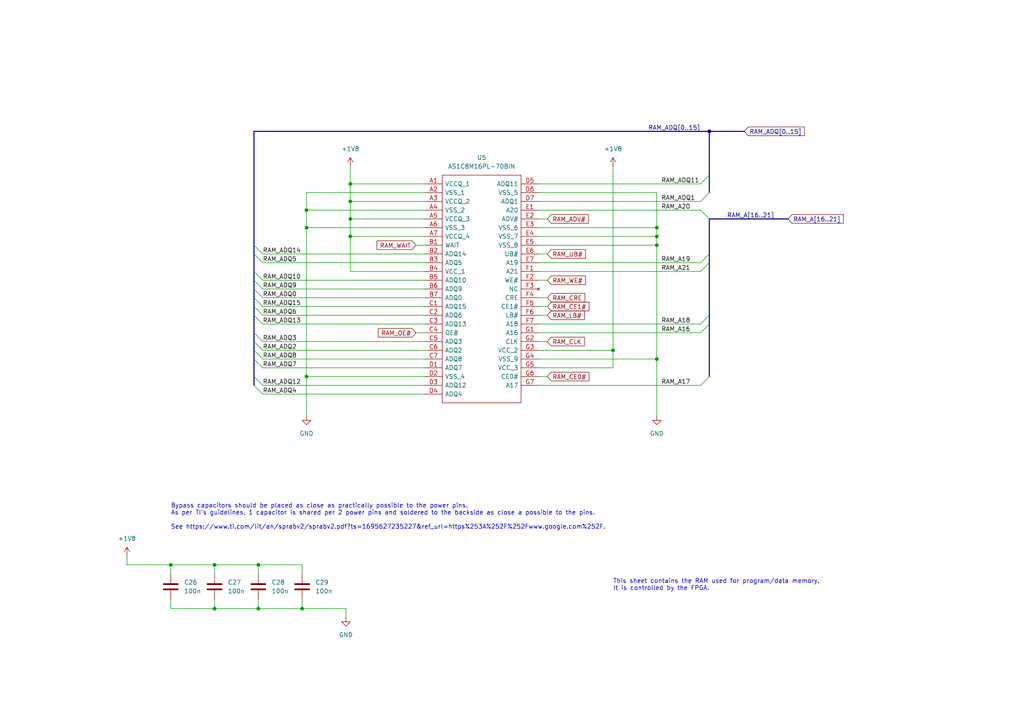
<source format=kicad_sch>
(kicad_sch (version 20211123) (generator eeschema)

  (uuid c4587bb7-c73a-4ad0-bcd4-d7dc9697e09b)

  (paper "A4")

  (title_block
    (title "RAM")
    (company "© Elijah Almeida Coimbra")
  )

  (lib_symbols
    (symbol "Device:C" (pin_numbers hide) (pin_names (offset 0.254)) (in_bom yes) (on_board yes)
      (property "Reference" "C" (id 0) (at 0.635 2.54 0)
        (effects (font (size 1.27 1.27)) (justify left))
      )
      (property "Value" "C" (id 1) (at 0.635 -2.54 0)
        (effects (font (size 1.27 1.27)) (justify left))
      )
      (property "Footprint" "" (id 2) (at 0.9652 -3.81 0)
        (effects (font (size 1.27 1.27)) hide)
      )
      (property "Datasheet" "~" (id 3) (at 0 0 0)
        (effects (font (size 1.27 1.27)) hide)
      )
      (property "ki_keywords" "cap capacitor" (id 4) (at 0 0 0)
        (effects (font (size 1.27 1.27)) hide)
      )
      (property "ki_description" "Unpolarized capacitor" (id 5) (at 0 0 0)
        (effects (font (size 1.27 1.27)) hide)
      )
      (property "ki_fp_filters" "C_*" (id 6) (at 0 0 0)
        (effects (font (size 1.27 1.27)) hide)
      )
      (symbol "C_0_1"
        (polyline
          (pts
            (xy -2.032 -0.762)
            (xy 2.032 -0.762)
          )
          (stroke (width 0.508) (type default) (color 0 0 0 0))
          (fill (type none))
        )
        (polyline
          (pts
            (xy -2.032 0.762)
            (xy 2.032 0.762)
          )
          (stroke (width 0.508) (type default) (color 0 0 0 0))
          (fill (type none))
        )
      )
      (symbol "C_1_1"
        (pin passive line (at 0 3.81 270) (length 2.794)
          (name "~" (effects (font (size 1.27 1.27))))
          (number "1" (effects (font (size 1.27 1.27))))
        )
        (pin passive line (at 0 -3.81 90) (length 2.794)
          (name "~" (effects (font (size 1.27 1.27))))
          (number "2" (effects (font (size 1.27 1.27))))
        )
      )
    )
    (symbol "SamacSys_Parts:AS1C8M16PL-70BIN" (pin_names (offset 0.762)) (in_bom yes) (on_board yes)
      (property "Reference" "IC" (id 0) (at 29.21 7.62 0)
        (effects (font (size 1.27 1.27)) (justify left))
      )
      (property "Value" "AS1C8M16PL-70BIN" (id 1) (at 29.21 5.08 0)
        (effects (font (size 1.27 1.27)) (justify left))
      )
      (property "Footprint" "BGA49C50P7X7_400X400X100" (id 2) (at 29.21 2.54 0)
        (effects (font (size 1.27 1.27)) (justify left) hide)
      )
      (property "Datasheet" "https://www.alliancememory.com/wp-content/uploads/pdf/psram/AllianceMemory_128M_LP-PSRAM-CellularRAM_x2stack_AS1C8M16PL-70BIN_August2018-v1.0.pdf" (id 3) (at 29.21 0 0)
        (effects (font (size 1.27 1.27)) (justify left) hide)
      )
      (property "Description" "SRAM 128M 8Mx16 1.8V LP Pseudo SRAM IT" (id 4) (at 29.21 -2.54 0)
        (effects (font (size 1.27 1.27)) (justify left) hide)
      )
      (property "MFN" "Alliance Memory" (id 5) (at 29.21 -12.7 0)
        (effects (font (size 1.27 1.27)) (justify left) hide)
      )
      (property "MFP" "AS1C8M16PL-70BIN" (id 6) (at 29.21 -15.24 0)
        (effects (font (size 1.27 1.27)) (justify left) hide)
      )
      (property "ki_description" "SRAM 128M 8Mx16 1.8V LP Pseudo SRAM IT" (id 7) (at 0 0 0)
        (effects (font (size 1.27 1.27)) hide)
      )
      (symbol "AS1C8M16PL-70BIN_0_0"
        (pin passive line (at 0 0 0) (length 5.08)
          (name "VCCQ_1" (effects (font (size 1.27 1.27))))
          (number "A1" (effects (font (size 1.27 1.27))))
        )
        (pin passive line (at 0 -2.54 0) (length 5.08)
          (name "VSS_1" (effects (font (size 1.27 1.27))))
          (number "A2" (effects (font (size 1.27 1.27))))
        )
        (pin passive line (at 0 -5.08 0) (length 5.08)
          (name "VCCQ_2" (effects (font (size 1.27 1.27))))
          (number "A3" (effects (font (size 1.27 1.27))))
        )
        (pin passive line (at 0 -7.62 0) (length 5.08)
          (name "VSS_2" (effects (font (size 1.27 1.27))))
          (number "A4" (effects (font (size 1.27 1.27))))
        )
        (pin passive line (at 0 -10.16 0) (length 5.08)
          (name "VCCQ_3" (effects (font (size 1.27 1.27))))
          (number "A5" (effects (font (size 1.27 1.27))))
        )
        (pin passive line (at 0 -12.7 0) (length 5.08)
          (name "VSS_3" (effects (font (size 1.27 1.27))))
          (number "A6" (effects (font (size 1.27 1.27))))
        )
        (pin passive line (at 0 -15.24 0) (length 5.08)
          (name "VCCQ_4" (effects (font (size 1.27 1.27))))
          (number "A7" (effects (font (size 1.27 1.27))))
        )
        (pin passive line (at 0 -17.78 0) (length 5.08)
          (name "WAIT" (effects (font (size 1.27 1.27))))
          (number "B1" (effects (font (size 1.27 1.27))))
        )
        (pin passive line (at 0 -20.32 0) (length 5.08)
          (name "ADQ14" (effects (font (size 1.27 1.27))))
          (number "B2" (effects (font (size 1.27 1.27))))
        )
        (pin passive line (at 0 -22.86 0) (length 5.08)
          (name "ADQ5" (effects (font (size 1.27 1.27))))
          (number "B3" (effects (font (size 1.27 1.27))))
        )
        (pin passive line (at 0 -25.4 0) (length 5.08)
          (name "VCC_1" (effects (font (size 1.27 1.27))))
          (number "B4" (effects (font (size 1.27 1.27))))
        )
        (pin passive line (at 0 -27.94 0) (length 5.08)
          (name "ADQ10" (effects (font (size 1.27 1.27))))
          (number "B5" (effects (font (size 1.27 1.27))))
        )
        (pin passive line (at 0 -30.48 0) (length 5.08)
          (name "ADQ9" (effects (font (size 1.27 1.27))))
          (number "B6" (effects (font (size 1.27 1.27))))
        )
        (pin passive line (at 0 -33.02 0) (length 5.08)
          (name "ADQ0" (effects (font (size 1.27 1.27))))
          (number "B7" (effects (font (size 1.27 1.27))))
        )
        (pin passive line (at 0 -35.56 0) (length 5.08)
          (name "ADQ15" (effects (font (size 1.27 1.27))))
          (number "C1" (effects (font (size 1.27 1.27))))
        )
        (pin passive line (at 0 -38.1 0) (length 5.08)
          (name "ADQ6" (effects (font (size 1.27 1.27))))
          (number "C2" (effects (font (size 1.27 1.27))))
        )
        (pin passive line (at 0 -40.64 0) (length 5.08)
          (name "ADQ13" (effects (font (size 1.27 1.27))))
          (number "C3" (effects (font (size 1.27 1.27))))
        )
        (pin passive line (at 0 -43.18 0) (length 5.08)
          (name "OE#" (effects (font (size 1.27 1.27))))
          (number "C4" (effects (font (size 1.27 1.27))))
        )
        (pin passive line (at 0 -45.72 0) (length 5.08)
          (name "ADQ3" (effects (font (size 1.27 1.27))))
          (number "C5" (effects (font (size 1.27 1.27))))
        )
        (pin passive line (at 0 -48.26 0) (length 5.08)
          (name "ADQ2" (effects (font (size 1.27 1.27))))
          (number "C6" (effects (font (size 1.27 1.27))))
        )
        (pin passive line (at 0 -50.8 0) (length 5.08)
          (name "ADQ8" (effects (font (size 1.27 1.27))))
          (number "C7" (effects (font (size 1.27 1.27))))
        )
        (pin passive line (at 0 -53.34 0) (length 5.08)
          (name "ADQ7" (effects (font (size 1.27 1.27))))
          (number "D1" (effects (font (size 1.27 1.27))))
        )
        (pin passive line (at 0 -55.88 0) (length 5.08)
          (name "VSS_4" (effects (font (size 1.27 1.27))))
          (number "D2" (effects (font (size 1.27 1.27))))
        )
        (pin passive line (at 0 -58.42 0) (length 5.08)
          (name "ADQ12" (effects (font (size 1.27 1.27))))
          (number "D3" (effects (font (size 1.27 1.27))))
        )
        (pin passive line (at 0 -60.96 0) (length 5.08)
          (name "ADQ4" (effects (font (size 1.27 1.27))))
          (number "D4" (effects (font (size 1.27 1.27))))
        )
        (pin passive line (at 33.02 0 180) (length 5.08)
          (name "ADQ11" (effects (font (size 1.27 1.27))))
          (number "D5" (effects (font (size 1.27 1.27))))
        )
        (pin passive line (at 33.02 -2.54 180) (length 5.08)
          (name "VSS_5" (effects (font (size 1.27 1.27))))
          (number "D6" (effects (font (size 1.27 1.27))))
        )
        (pin passive line (at 33.02 -5.08 180) (length 5.08)
          (name "ADQ1" (effects (font (size 1.27 1.27))))
          (number "D7" (effects (font (size 1.27 1.27))))
        )
        (pin passive line (at 33.02 -7.62 180) (length 5.08)
          (name "A20" (effects (font (size 1.27 1.27))))
          (number "E1" (effects (font (size 1.27 1.27))))
        )
        (pin passive line (at 33.02 -10.16 180) (length 5.08)
          (name "ADV#" (effects (font (size 1.27 1.27))))
          (number "E2" (effects (font (size 1.27 1.27))))
        )
        (pin passive line (at 33.02 -12.7 180) (length 5.08)
          (name "VSS_6" (effects (font (size 1.27 1.27))))
          (number "E3" (effects (font (size 1.27 1.27))))
        )
        (pin passive line (at 33.02 -15.24 180) (length 5.08)
          (name "VSS_7" (effects (font (size 1.27 1.27))))
          (number "E4" (effects (font (size 1.27 1.27))))
        )
        (pin passive line (at 33.02 -17.78 180) (length 5.08)
          (name "VSS_8" (effects (font (size 1.27 1.27))))
          (number "E5" (effects (font (size 1.27 1.27))))
        )
        (pin passive line (at 33.02 -20.32 180) (length 5.08)
          (name "UB#" (effects (font (size 1.27 1.27))))
          (number "E6" (effects (font (size 1.27 1.27))))
        )
        (pin passive line (at 33.02 -22.86 180) (length 5.08)
          (name "A19" (effects (font (size 1.27 1.27))))
          (number "E7" (effects (font (size 1.27 1.27))))
        )
        (pin passive line (at 33.02 -25.4 180) (length 5.08)
          (name "A21" (effects (font (size 1.27 1.27))))
          (number "F1" (effects (font (size 1.27 1.27))))
        )
        (pin passive line (at 33.02 -27.94 180) (length 5.08)
          (name "WE#" (effects (font (size 1.27 1.27))))
          (number "F2" (effects (font (size 1.27 1.27))))
        )
        (pin no_connect line (at 33.02 -30.48 180) (length 5.08)
          (name "NC" (effects (font (size 1.27 1.27))))
          (number "F3" (effects (font (size 1.27 1.27))))
        )
        (pin passive line (at 33.02 -33.02 180) (length 5.08)
          (name "CRE" (effects (font (size 1.27 1.27))))
          (number "F4" (effects (font (size 1.27 1.27))))
        )
        (pin passive line (at 33.02 -35.56 180) (length 5.08)
          (name "CE1#" (effects (font (size 1.27 1.27))))
          (number "F5" (effects (font (size 1.27 1.27))))
        )
        (pin passive line (at 33.02 -38.1 180) (length 5.08)
          (name "LB#" (effects (font (size 1.27 1.27))))
          (number "F6" (effects (font (size 1.27 1.27))))
        )
        (pin passive line (at 33.02 -40.64 180) (length 5.08)
          (name "A18" (effects (font (size 1.27 1.27))))
          (number "F7" (effects (font (size 1.27 1.27))))
        )
        (pin passive line (at 33.02 -43.18 180) (length 5.08)
          (name "A16" (effects (font (size 1.27 1.27))))
          (number "G1" (effects (font (size 1.27 1.27))))
        )
        (pin passive line (at 33.02 -45.72 180) (length 5.08)
          (name "CLK" (effects (font (size 1.27 1.27))))
          (number "G2" (effects (font (size 1.27 1.27))))
        )
        (pin passive line (at 33.02 -48.26 180) (length 5.08)
          (name "VCC_2" (effects (font (size 1.27 1.27))))
          (number "G3" (effects (font (size 1.27 1.27))))
        )
        (pin passive line (at 33.02 -50.8 180) (length 5.08)
          (name "VSS_9" (effects (font (size 1.27 1.27))))
          (number "G4" (effects (font (size 1.27 1.27))))
        )
        (pin passive line (at 33.02 -53.34 180) (length 5.08)
          (name "VCC_3" (effects (font (size 1.27 1.27))))
          (number "G5" (effects (font (size 1.27 1.27))))
        )
        (pin passive line (at 33.02 -55.88 180) (length 5.08)
          (name "CE0#" (effects (font (size 1.27 1.27))))
          (number "G6" (effects (font (size 1.27 1.27))))
        )
        (pin passive line (at 33.02 -58.42 180) (length 5.08)
          (name "A17" (effects (font (size 1.27 1.27))))
          (number "G7" (effects (font (size 1.27 1.27))))
        )
      )
      (symbol "AS1C8M16PL-70BIN_0_1"
        (polyline
          (pts
            (xy 5.08 2.54)
            (xy 27.94 2.54)
            (xy 27.94 -63.5)
            (xy 5.08 -63.5)
            (xy 5.08 2.54)
          )
          (stroke (width 0.1524) (type default) (color 0 0 0 0))
          (fill (type none))
        )
      )
    )
    (symbol "power:+1V8" (power) (pin_names (offset 0)) (in_bom yes) (on_board yes)
      (property "Reference" "#PWR" (id 0) (at 0 -3.81 0)
        (effects (font (size 1.27 1.27)) hide)
      )
      (property "Value" "+1V8" (id 1) (at 0 3.556 0)
        (effects (font (size 1.27 1.27)))
      )
      (property "Footprint" "" (id 2) (at 0 0 0)
        (effects (font (size 1.27 1.27)) hide)
      )
      (property "Datasheet" "" (id 3) (at 0 0 0)
        (effects (font (size 1.27 1.27)) hide)
      )
      (property "ki_keywords" "power-flag" (id 4) (at 0 0 0)
        (effects (font (size 1.27 1.27)) hide)
      )
      (property "ki_description" "Power symbol creates a global label with name \"+1V8\"" (id 5) (at 0 0 0)
        (effects (font (size 1.27 1.27)) hide)
      )
      (symbol "+1V8_0_1"
        (polyline
          (pts
            (xy -0.762 1.27)
            (xy 0 2.54)
          )
          (stroke (width 0) (type default) (color 0 0 0 0))
          (fill (type none))
        )
        (polyline
          (pts
            (xy 0 0)
            (xy 0 2.54)
          )
          (stroke (width 0) (type default) (color 0 0 0 0))
          (fill (type none))
        )
        (polyline
          (pts
            (xy 0 2.54)
            (xy 0.762 1.27)
          )
          (stroke (width 0) (type default) (color 0 0 0 0))
          (fill (type none))
        )
      )
      (symbol "+1V8_1_1"
        (pin power_in line (at 0 0 90) (length 0) hide
          (name "+1V8" (effects (font (size 1.27 1.27))))
          (number "1" (effects (font (size 1.27 1.27))))
        )
      )
    )
    (symbol "power:GND" (power) (pin_names (offset 0)) (in_bom yes) (on_board yes)
      (property "Reference" "#PWR" (id 0) (at 0 -6.35 0)
        (effects (font (size 1.27 1.27)) hide)
      )
      (property "Value" "GND" (id 1) (at 0 -3.81 0)
        (effects (font (size 1.27 1.27)))
      )
      (property "Footprint" "" (id 2) (at 0 0 0)
        (effects (font (size 1.27 1.27)) hide)
      )
      (property "Datasheet" "" (id 3) (at 0 0 0)
        (effects (font (size 1.27 1.27)) hide)
      )
      (property "ki_keywords" "power-flag" (id 4) (at 0 0 0)
        (effects (font (size 1.27 1.27)) hide)
      )
      (property "ki_description" "Power symbol creates a global label with name \"GND\" , ground" (id 5) (at 0 0 0)
        (effects (font (size 1.27 1.27)) hide)
      )
      (symbol "GND_0_1"
        (polyline
          (pts
            (xy 0 0)
            (xy 0 -1.27)
            (xy 1.27 -1.27)
            (xy 0 -2.54)
            (xy -1.27 -1.27)
            (xy 0 -1.27)
          )
          (stroke (width 0) (type default) (color 0 0 0 0))
          (fill (type none))
        )
      )
      (symbol "GND_1_1"
        (pin power_in line (at 0 0 270) (length 0) hide
          (name "GND" (effects (font (size 1.27 1.27))))
          (number "1" (effects (font (size 1.27 1.27))))
        )
      )
    )
  )

  (junction (at 88.9 109.22) (diameter 0) (color 0 0 0 0)
    (uuid 054e7206-b17c-48a4-8dca-a09be19d89e0)
  )
  (junction (at 190.5 66.04) (diameter 0) (color 0 0 0 0)
    (uuid 05502329-ee9d-4975-8d79-5415f0229dbe)
  )
  (junction (at 49.53 163.83) (diameter 0) (color 0 0 0 0)
    (uuid 1094969d-a86e-4b0d-8d1a-841ccf4fd856)
  )
  (junction (at 101.6 63.5) (diameter 0) (color 0 0 0 0)
    (uuid 22042404-c582-4c81-af8b-9d0fcff1a3a5)
  )
  (junction (at 101.6 68.58) (diameter 0) (color 0 0 0 0)
    (uuid 5d13f500-4707-4b8f-b3af-1b119f9ff216)
  )
  (junction (at 101.6 58.42) (diameter 0) (color 0 0 0 0)
    (uuid 5f4db5f5-f409-498e-bbb9-3426b6a32a16)
  )
  (junction (at 62.23 176.53) (diameter 0) (color 0 0 0 0)
    (uuid 6cf55c38-c420-49b6-8989-7f3b854be84e)
  )
  (junction (at 74.93 163.83) (diameter 0) (color 0 0 0 0)
    (uuid 6e2c55a5-975d-4f88-99d3-d414b1a01b8a)
  )
  (junction (at 190.5 68.58) (diameter 0) (color 0 0 0 0)
    (uuid 712004ca-eafb-4f1b-bbba-b58f31f4ede3)
  )
  (junction (at 205.74 38.1) (diameter 0) (color 0 0 0 0)
    (uuid 78131d9c-e245-4d23-bc02-c85f1080bf89)
  )
  (junction (at 177.8 101.6) (diameter 0) (color 0 0 0 0)
    (uuid 92e519ee-dde3-4622-b139-e11b7dbda4c7)
  )
  (junction (at 101.6 53.34) (diameter 0) (color 0 0 0 0)
    (uuid a3e3ed6d-65a9-4f76-972a-ae6b367ed1e1)
  )
  (junction (at 74.93 176.53) (diameter 0) (color 0 0 0 0)
    (uuid a62ae61f-7108-48cb-8b24-8ef9e93478a5)
  )
  (junction (at 88.9 66.04) (diameter 0) (color 0 0 0 0)
    (uuid aeb40eeb-bd87-4300-87f5-bb1939c50508)
  )
  (junction (at 190.5 104.14) (diameter 0) (color 0 0 0 0)
    (uuid cd96a820-d363-4119-bc6a-a780aa105ad9)
  )
  (junction (at 87.63 176.53) (diameter 0) (color 0 0 0 0)
    (uuid d9ea49cc-6c2c-43fc-bc24-4ea2a81a7582)
  )
  (junction (at 88.9 60.96) (diameter 0) (color 0 0 0 0)
    (uuid dfa51334-bb60-4ebf-810c-1fe5605c4cdd)
  )
  (junction (at 62.23 163.83) (diameter 0) (color 0 0 0 0)
    (uuid fc217948-9de4-42f9-aff2-5618a12f12a6)
  )
  (junction (at 190.5 71.12) (diameter 0) (color 0 0 0 0)
    (uuid fd0bd0c3-a417-411e-befa-6e09a0624a51)
  )

  (bus_entry (at 203.2 60.96) (size 2.54 2.54)
    (stroke (width 0) (type default) (color 0 0 0 0))
    (uuid b288c0f4-ae1d-401d-ab66-1e1300e6d0fe)
  )
  (bus_entry (at 203.2 58.42) (size 2.54 -2.54)
    (stroke (width 0) (type default) (color 0 0 0 0))
    (uuid c79e39dc-c8fb-40e0-97ce-3ce3ca02fe98)
  )
  (bus_entry (at 203.2 53.34) (size 2.54 -2.54)
    (stroke (width 0) (type default) (color 0 0 0 0))
    (uuid c79e39dc-c8fb-40e0-97ce-3ce3ca02fe99)
  )
  (bus_entry (at 203.2 76.2) (size 2.54 -2.54)
    (stroke (width 0) (type default) (color 0 0 0 0))
    (uuid c79e39dc-c8fb-40e0-97ce-3ce3ca02fe9a)
  )
  (bus_entry (at 203.2 96.52) (size 2.54 -2.54)
    (stroke (width 0) (type default) (color 0 0 0 0))
    (uuid fe548bd1-7dfd-4a10-8e7d-88e7ef5d9da9)
  )
  (bus_entry (at 203.2 111.76) (size 2.54 -2.54)
    (stroke (width 0) (type default) (color 0 0 0 0))
    (uuid fe548bd1-7dfd-4a10-8e7d-88e7ef5d9daa)
  )
  (bus_entry (at 203.2 78.74) (size 2.54 -2.54)
    (stroke (width 0) (type default) (color 0 0 0 0))
    (uuid fe548bd1-7dfd-4a10-8e7d-88e7ef5d9dab)
  )
  (bus_entry (at 203.2 93.98) (size 2.54 -2.54)
    (stroke (width 0) (type default) (color 0 0 0 0))
    (uuid fe548bd1-7dfd-4a10-8e7d-88e7ef5d9dac)
  )
  (bus_entry (at 76.2 104.14) (size -2.54 -2.54)
    (stroke (width 0) (type default) (color 0 0 0 0))
    (uuid fe548bd1-7dfd-4a10-8e7d-88e7ef5d9dad)
  )
  (bus_entry (at 76.2 106.68) (size -2.54 -2.54)
    (stroke (width 0) (type default) (color 0 0 0 0))
    (uuid fe548bd1-7dfd-4a10-8e7d-88e7ef5d9dae)
  )
  (bus_entry (at 76.2 114.3) (size -2.54 -2.54)
    (stroke (width 0) (type default) (color 0 0 0 0))
    (uuid fe548bd1-7dfd-4a10-8e7d-88e7ef5d9daf)
  )
  (bus_entry (at 76.2 111.76) (size -2.54 -2.54)
    (stroke (width 0) (type default) (color 0 0 0 0))
    (uuid fe548bd1-7dfd-4a10-8e7d-88e7ef5d9db0)
  )
  (bus_entry (at 76.2 101.6) (size -2.54 -2.54)
    (stroke (width 0) (type default) (color 0 0 0 0))
    (uuid fe548bd1-7dfd-4a10-8e7d-88e7ef5d9db1)
  )
  (bus_entry (at 76.2 99.06) (size -2.54 -2.54)
    (stroke (width 0) (type default) (color 0 0 0 0))
    (uuid fe548bd1-7dfd-4a10-8e7d-88e7ef5d9db2)
  )
  (bus_entry (at 76.2 86.36) (size -2.54 -2.54)
    (stroke (width 0) (type default) (color 0 0 0 0))
    (uuid fe548bd1-7dfd-4a10-8e7d-88e7ef5d9db3)
  )
  (bus_entry (at 76.2 83.82) (size -2.54 -2.54)
    (stroke (width 0) (type default) (color 0 0 0 0))
    (uuid fe548bd1-7dfd-4a10-8e7d-88e7ef5d9db4)
  )
  (bus_entry (at 76.2 81.28) (size -2.54 -2.54)
    (stroke (width 0) (type default) (color 0 0 0 0))
    (uuid fe548bd1-7dfd-4a10-8e7d-88e7ef5d9db5)
  )
  (bus_entry (at 76.2 73.66) (size -2.54 -2.54)
    (stroke (width 0) (type default) (color 0 0 0 0))
    (uuid fe548bd1-7dfd-4a10-8e7d-88e7ef5d9db6)
  )
  (bus_entry (at 76.2 76.2) (size -2.54 -2.54)
    (stroke (width 0) (type default) (color 0 0 0 0))
    (uuid fe548bd1-7dfd-4a10-8e7d-88e7ef5d9db7)
  )
  (bus_entry (at 76.2 93.98) (size -2.54 -2.54)
    (stroke (width 0) (type default) (color 0 0 0 0))
    (uuid fe548bd1-7dfd-4a10-8e7d-88e7ef5d9db8)
  )
  (bus_entry (at 76.2 88.9) (size -2.54 -2.54)
    (stroke (width 0) (type default) (color 0 0 0 0))
    (uuid fe548bd1-7dfd-4a10-8e7d-88e7ef5d9db9)
  )
  (bus_entry (at 76.2 91.44) (size -2.54 -2.54)
    (stroke (width 0) (type default) (color 0 0 0 0))
    (uuid fe548bd1-7dfd-4a10-8e7d-88e7ef5d9dba)
  )

  (wire (pts (xy 76.2 99.06) (xy 123.19 99.06))
    (stroke (width 0) (type default) (color 0 0 0 0))
    (uuid 08710212-7112-44d9-b6c8-2e81165ad1bf)
  )
  (wire (pts (xy 156.21 99.06) (xy 158.75 99.06))
    (stroke (width 0) (type default) (color 0 0 0 0))
    (uuid 08be30d0-7209-44c0-b56a-48b9ec53318f)
  )
  (bus (pts (xy 73.66 96.52) (xy 73.66 91.44))
    (stroke (width 0) (type default) (color 0 0 0 0))
    (uuid 08c5b2bd-7ea4-4006-a62a-3a293a10d0bf)
  )

  (wire (pts (xy 120.65 71.12) (xy 123.19 71.12))
    (stroke (width 0) (type default) (color 0 0 0 0))
    (uuid 0ba097f3-9233-483a-b9e6-f6fa9577b47b)
  )
  (wire (pts (xy 87.63 163.83) (xy 74.93 163.83))
    (stroke (width 0) (type default) (color 0 0 0 0))
    (uuid 0bad6cc6-4e1b-43d1-b105-f0b767c9830b)
  )
  (wire (pts (xy 62.23 176.53) (xy 74.93 176.53))
    (stroke (width 0) (type default) (color 0 0 0 0))
    (uuid 0c00dd02-1b85-4f3c-ad22-d64c487ef8d5)
  )
  (wire (pts (xy 156.21 53.34) (xy 203.2 53.34))
    (stroke (width 0) (type default) (color 0 0 0 0))
    (uuid 0ef42dd1-d857-43e5-ad54-4338046773ff)
  )
  (wire (pts (xy 76.2 73.66) (xy 123.19 73.66))
    (stroke (width 0) (type default) (color 0 0 0 0))
    (uuid 117c3a99-1822-4cf7-8668-13170141b4ee)
  )
  (wire (pts (xy 76.2 111.76) (xy 123.19 111.76))
    (stroke (width 0) (type default) (color 0 0 0 0))
    (uuid 1b65e8ef-75d5-4527-b65a-e5a402562f20)
  )
  (wire (pts (xy 87.63 173.99) (xy 87.63 176.53))
    (stroke (width 0) (type default) (color 0 0 0 0))
    (uuid 1ca33f3f-e9b4-446b-bdcb-7dd577a01a9e)
  )
  (wire (pts (xy 156.21 93.98) (xy 203.2 93.98))
    (stroke (width 0) (type default) (color 0 0 0 0))
    (uuid 1d73f339-775e-42e3-87bd-550fdb2f5f32)
  )
  (wire (pts (xy 88.9 60.96) (xy 88.9 66.04))
    (stroke (width 0) (type default) (color 0 0 0 0))
    (uuid 1e28d4a4-32f7-446c-ba79-b63ac3ad4bd8)
  )
  (wire (pts (xy 88.9 60.96) (xy 123.19 60.96))
    (stroke (width 0) (type default) (color 0 0 0 0))
    (uuid 20610367-f386-41de-b12e-d29b50e817c7)
  )
  (wire (pts (xy 49.53 173.99) (xy 49.53 176.53))
    (stroke (width 0) (type default) (color 0 0 0 0))
    (uuid 267b7925-1d3c-41e6-84cf-b21eb5c8e27f)
  )
  (wire (pts (xy 177.8 101.6) (xy 177.8 48.26))
    (stroke (width 0) (type default) (color 0 0 0 0))
    (uuid 2b671a5b-c639-4d97-8fe9-ebf349c6496c)
  )
  (bus (pts (xy 73.66 104.14) (xy 73.66 101.6))
    (stroke (width 0) (type default) (color 0 0 0 0))
    (uuid 2c586686-751c-4a8a-a9b7-71b3a70b61d1)
  )

  (wire (pts (xy 76.2 104.14) (xy 123.19 104.14))
    (stroke (width 0) (type default) (color 0 0 0 0))
    (uuid 31b84287-dd0f-4da8-a7ca-4172db9dab44)
  )
  (wire (pts (xy 36.83 161.29) (xy 36.83 163.83))
    (stroke (width 0) (type default) (color 0 0 0 0))
    (uuid 3203251d-8eda-42d8-a009-ec11e2df50ae)
  )
  (wire (pts (xy 76.2 101.6) (xy 123.19 101.6))
    (stroke (width 0) (type default) (color 0 0 0 0))
    (uuid 32930c51-bd2a-496f-870c-68f5b1567ce3)
  )
  (wire (pts (xy 156.21 88.9) (xy 158.75 88.9))
    (stroke (width 0) (type default) (color 0 0 0 0))
    (uuid 32cc5699-2b83-467b-92aa-166dbf3b2b6e)
  )
  (bus (pts (xy 205.74 91.44) (xy 205.74 76.2))
    (stroke (width 0) (type default) (color 0 0 0 0))
    (uuid 33000b44-07ea-47dd-8cee-b1d6d8da2a1e)
  )

  (wire (pts (xy 156.21 104.14) (xy 190.5 104.14))
    (stroke (width 0) (type default) (color 0 0 0 0))
    (uuid 33e34f26-6845-4521-b372-347700ff124f)
  )
  (wire (pts (xy 156.21 60.96) (xy 203.2 60.96))
    (stroke (width 0) (type default) (color 0 0 0 0))
    (uuid 33e92a6f-7937-403c-9904-659bf26041b7)
  )
  (wire (pts (xy 156.21 111.76) (xy 203.2 111.76))
    (stroke (width 0) (type default) (color 0 0 0 0))
    (uuid 33f6f9b2-e586-4c56-9362-3525932d4738)
  )
  (wire (pts (xy 62.23 163.83) (xy 74.93 163.83))
    (stroke (width 0) (type default) (color 0 0 0 0))
    (uuid 34c3ef89-c4aa-423d-939f-f04a9401f260)
  )
  (wire (pts (xy 156.21 58.42) (xy 203.2 58.42))
    (stroke (width 0) (type default) (color 0 0 0 0))
    (uuid 357b8f97-83d1-42b2-8e76-234655b5ec87)
  )
  (wire (pts (xy 88.9 55.88) (xy 123.19 55.88))
    (stroke (width 0) (type default) (color 0 0 0 0))
    (uuid 3def30f5-50b6-4561-b4da-dfe305252f59)
  )
  (wire (pts (xy 62.23 166.37) (xy 62.23 163.83))
    (stroke (width 0) (type default) (color 0 0 0 0))
    (uuid 462c58f0-1136-4fe3-bb94-59a12d9a5c83)
  )
  (bus (pts (xy 205.74 73.66) (xy 205.74 63.5))
    (stroke (width 0) (type default) (color 0 0 0 0))
    (uuid 48b5b822-3b3c-42f1-afdf-519b68cc633e)
  )

  (wire (pts (xy 101.6 58.42) (xy 123.19 58.42))
    (stroke (width 0) (type default) (color 0 0 0 0))
    (uuid 4a11bdd2-2150-480a-818e-a751375f3f87)
  )
  (wire (pts (xy 101.6 53.34) (xy 101.6 48.26))
    (stroke (width 0) (type default) (color 0 0 0 0))
    (uuid 4bb50bae-393f-46d8-b3dc-9a4c723b0cdb)
  )
  (wire (pts (xy 120.65 96.52) (xy 123.19 96.52))
    (stroke (width 0) (type default) (color 0 0 0 0))
    (uuid 4c16a44a-90cb-4f33-bc5f-8819a11c611b)
  )
  (wire (pts (xy 76.2 93.98) (xy 123.19 93.98))
    (stroke (width 0) (type default) (color 0 0 0 0))
    (uuid 4c29360a-b5f5-4ddf-8819-c435f3f6df4e)
  )
  (wire (pts (xy 156.21 55.88) (xy 190.5 55.88))
    (stroke (width 0) (type default) (color 0 0 0 0))
    (uuid 4c655a19-e3ed-4852-b0bc-429ee34df01b)
  )
  (bus (pts (xy 205.74 55.88) (xy 205.74 50.8))
    (stroke (width 0) (type default) (color 0 0 0 0))
    (uuid 4dfa7048-dbd0-4b3c-a0a7-06e9760fe655)
  )

  (wire (pts (xy 156.21 91.44) (xy 158.75 91.44))
    (stroke (width 0) (type default) (color 0 0 0 0))
    (uuid 54bda43f-7840-45c1-8385-55f10f498172)
  )
  (wire (pts (xy 101.6 58.42) (xy 101.6 53.34))
    (stroke (width 0) (type default) (color 0 0 0 0))
    (uuid 54d6fba5-1c78-47d0-bd93-1acca1ae5e28)
  )
  (wire (pts (xy 88.9 109.22) (xy 123.19 109.22))
    (stroke (width 0) (type default) (color 0 0 0 0))
    (uuid 558a2967-ab1f-40c9-b839-e5f63277d716)
  )
  (wire (pts (xy 87.63 166.37) (xy 87.63 163.83))
    (stroke (width 0) (type default) (color 0 0 0 0))
    (uuid 56a17959-33d4-429a-b42e-644dc3315c95)
  )
  (wire (pts (xy 156.21 73.66) (xy 158.75 73.66))
    (stroke (width 0) (type default) (color 0 0 0 0))
    (uuid 589478de-3893-4016-981e-6fb2d5a5aa5a)
  )
  (wire (pts (xy 101.6 53.34) (xy 123.19 53.34))
    (stroke (width 0) (type default) (color 0 0 0 0))
    (uuid 5e5ca760-89c6-4665-a527-c05816f8275d)
  )
  (wire (pts (xy 88.9 66.04) (xy 123.19 66.04))
    (stroke (width 0) (type default) (color 0 0 0 0))
    (uuid 61b7de4c-4745-494a-91c2-d21511590f72)
  )
  (wire (pts (xy 76.2 91.44) (xy 123.19 91.44))
    (stroke (width 0) (type default) (color 0 0 0 0))
    (uuid 62165bc0-f688-4e2e-9290-fc78c7e911a7)
  )
  (bus (pts (xy 73.66 78.74) (xy 73.66 73.66))
    (stroke (width 0) (type default) (color 0 0 0 0))
    (uuid 6389232b-6f41-4fba-8cd5-2ae2fe209142)
  )
  (bus (pts (xy 205.74 76.2) (xy 205.74 73.66))
    (stroke (width 0) (type default) (color 0 0 0 0))
    (uuid 6b885182-cfcf-4402-9b28-78cc1ab2ab6a)
  )

  (wire (pts (xy 156.21 68.58) (xy 190.5 68.58))
    (stroke (width 0) (type default) (color 0 0 0 0))
    (uuid 6fa364ae-67ad-4a76-92b1-c9b68bcf24ac)
  )
  (wire (pts (xy 101.6 63.5) (xy 101.6 58.42))
    (stroke (width 0) (type default) (color 0 0 0 0))
    (uuid 70fae321-5321-435e-8612-c2a9d1a0b8d3)
  )
  (wire (pts (xy 156.21 76.2) (xy 203.2 76.2))
    (stroke (width 0) (type default) (color 0 0 0 0))
    (uuid 73cbd498-9b0d-403b-a30b-13be7c61c5e0)
  )
  (wire (pts (xy 49.53 163.83) (xy 62.23 163.83))
    (stroke (width 0) (type default) (color 0 0 0 0))
    (uuid 7c02a063-2c59-4ce2-b659-d0e6383f3efa)
  )
  (wire (pts (xy 76.2 81.28) (xy 123.19 81.28))
    (stroke (width 0) (type default) (color 0 0 0 0))
    (uuid 7c734e94-3a68-4cce-baad-674d9b861fa9)
  )
  (bus (pts (xy 73.66 86.36) (xy 73.66 83.82))
    (stroke (width 0) (type default) (color 0 0 0 0))
    (uuid 7efb1fd3-b771-43bd-8087-53c68128ed7c)
  )
  (bus (pts (xy 73.66 109.22) (xy 73.66 104.14))
    (stroke (width 0) (type default) (color 0 0 0 0))
    (uuid 83d64d98-139a-47db-b374-2e18c4828568)
  )

  (wire (pts (xy 101.6 68.58) (xy 101.6 63.5))
    (stroke (width 0) (type default) (color 0 0 0 0))
    (uuid 8af1a035-a476-41b0-923a-86cb11f67560)
  )
  (wire (pts (xy 49.53 176.53) (xy 62.23 176.53))
    (stroke (width 0) (type default) (color 0 0 0 0))
    (uuid 922a6768-278b-4fdd-ab60-0620f5f09bc7)
  )
  (bus (pts (xy 205.74 50.8) (xy 205.74 38.1))
    (stroke (width 0) (type default) (color 0 0 0 0))
    (uuid 968da3d5-5dc6-4931-bd16-0797c44fee50)
  )

  (wire (pts (xy 76.2 83.82) (xy 123.19 83.82))
    (stroke (width 0) (type default) (color 0 0 0 0))
    (uuid 96a89ead-819f-4da0-8008-5be73084682a)
  )
  (wire (pts (xy 156.21 106.68) (xy 177.8 106.68))
    (stroke (width 0) (type default) (color 0 0 0 0))
    (uuid 9787fc02-c90a-4c6d-abe8-3e11fb77e8be)
  )
  (bus (pts (xy 73.66 38.1) (xy 205.74 38.1))
    (stroke (width 0) (type default) (color 0 0 0 0))
    (uuid 99d3f0da-d54e-47e1-b698-c71c8729dc83)
  )

  (wire (pts (xy 49.53 163.83) (xy 49.53 166.37))
    (stroke (width 0) (type default) (color 0 0 0 0))
    (uuid 9c07683e-57b3-4b61-b688-66fa9e54b50f)
  )
  (wire (pts (xy 156.21 71.12) (xy 190.5 71.12))
    (stroke (width 0) (type default) (color 0 0 0 0))
    (uuid 9c948acb-7aa6-478c-94ea-5a6a62b1ecd0)
  )
  (wire (pts (xy 74.93 176.53) (xy 87.63 176.53))
    (stroke (width 0) (type default) (color 0 0 0 0))
    (uuid 9ff83d37-f7cf-40dc-b664-4fe1a6b97339)
  )
  (wire (pts (xy 101.6 78.74) (xy 101.6 68.58))
    (stroke (width 0) (type default) (color 0 0 0 0))
    (uuid a32e8df7-ebbd-4b75-b89c-6ca0b9d0c245)
  )
  (bus (pts (xy 73.66 73.66) (xy 73.66 71.12))
    (stroke (width 0) (type default) (color 0 0 0 0))
    (uuid a4f269dc-b2c1-414a-9f5d-ca69a6d3c74f)
  )

  (wire (pts (xy 76.2 76.2) (xy 123.19 76.2))
    (stroke (width 0) (type default) (color 0 0 0 0))
    (uuid abc04cb9-3fa5-415f-af37-73745563b070)
  )
  (wire (pts (xy 101.6 68.58) (xy 123.19 68.58))
    (stroke (width 0) (type default) (color 0 0 0 0))
    (uuid af094d50-5a06-4480-a778-dce14b664a2a)
  )
  (wire (pts (xy 156.21 78.74) (xy 203.2 78.74))
    (stroke (width 0) (type default) (color 0 0 0 0))
    (uuid af6f288c-e3b0-48a6-97dc-c9f02c647abe)
  )
  (wire (pts (xy 190.5 68.58) (xy 190.5 71.12))
    (stroke (width 0) (type default) (color 0 0 0 0))
    (uuid b118f539-072d-4d83-873d-65d7b15ea91f)
  )
  (wire (pts (xy 156.21 66.04) (xy 190.5 66.04))
    (stroke (width 0) (type default) (color 0 0 0 0))
    (uuid b1fced94-162f-4700-8a5d-8ffdc4904bd6)
  )
  (bus (pts (xy 205.74 63.5) (xy 228.6 63.5))
    (stroke (width 0) (type default) (color 0 0 0 0))
    (uuid b255e8e9-75d4-4e2e-a32a-f923f7089618)
  )
  (bus (pts (xy 73.66 111.76) (xy 73.66 109.22))
    (stroke (width 0) (type default) (color 0 0 0 0))
    (uuid b43dc6a1-7cfd-4c0d-b0f3-5b3c1c8dd1fd)
  )

  (wire (pts (xy 101.6 78.74) (xy 123.19 78.74))
    (stroke (width 0) (type default) (color 0 0 0 0))
    (uuid b512e7ef-c926-4a8c-935d-a568b2366867)
  )
  (wire (pts (xy 101.6 63.5) (xy 123.19 63.5))
    (stroke (width 0) (type default) (color 0 0 0 0))
    (uuid b53effe3-21a4-4ed4-81eb-f91ff5938e18)
  )
  (bus (pts (xy 205.74 109.22) (xy 205.74 93.98))
    (stroke (width 0) (type default) (color 0 0 0 0))
    (uuid b8e3636e-cf5b-4b82-8905-8236cc6b3d7d)
  )

  (wire (pts (xy 100.33 176.53) (xy 100.33 179.07))
    (stroke (width 0) (type default) (color 0 0 0 0))
    (uuid bbe08a5f-988f-426c-a473-3cca1674b39c)
  )
  (bus (pts (xy 73.66 71.12) (xy 73.66 38.1))
    (stroke (width 0) (type default) (color 0 0 0 0))
    (uuid bc3d3d10-7321-4cd3-9719-922521bee40c)
  )

  (wire (pts (xy 190.5 55.88) (xy 190.5 66.04))
    (stroke (width 0) (type default) (color 0 0 0 0))
    (uuid bcf9754a-8811-4e54-bef7-299a44a6f4ef)
  )
  (bus (pts (xy 205.74 93.98) (xy 205.74 91.44))
    (stroke (width 0) (type default) (color 0 0 0 0))
    (uuid bdcb3cde-79fb-4c76-95af-eeb1e0050837)
  )
  (bus (pts (xy 73.66 83.82) (xy 73.66 81.28))
    (stroke (width 0) (type default) (color 0 0 0 0))
    (uuid c5c8458c-9754-475b-b278-163ea89c0835)
  )

  (wire (pts (xy 156.21 109.22) (xy 158.75 109.22))
    (stroke (width 0) (type default) (color 0 0 0 0))
    (uuid c65f8f37-9bb4-4008-ada9-ae6acf269042)
  )
  (wire (pts (xy 156.21 63.5) (xy 158.75 63.5))
    (stroke (width 0) (type default) (color 0 0 0 0))
    (uuid cabfad79-c118-4d32-afbd-e77456681509)
  )
  (wire (pts (xy 62.23 173.99) (xy 62.23 176.53))
    (stroke (width 0) (type default) (color 0 0 0 0))
    (uuid cd6cc045-5b31-4fa7-82db-9a847358af0c)
  )
  (bus (pts (xy 73.66 91.44) (xy 73.66 88.9))
    (stroke (width 0) (type default) (color 0 0 0 0))
    (uuid ce8df76e-09f7-404b-8491-704ddfc41570)
  )

  (wire (pts (xy 156.21 101.6) (xy 177.8 101.6))
    (stroke (width 0) (type default) (color 0 0 0 0))
    (uuid cece7abf-dbc4-4c81-9d53-0352d507d02c)
  )
  (wire (pts (xy 190.5 104.14) (xy 190.5 120.65))
    (stroke (width 0) (type default) (color 0 0 0 0))
    (uuid cf38e272-dff8-4095-8dcd-e71c4f828b1f)
  )
  (wire (pts (xy 74.93 166.37) (xy 74.93 163.83))
    (stroke (width 0) (type default) (color 0 0 0 0))
    (uuid cfd04805-5696-4c75-b37a-22ca0ad1dfd0)
  )
  (bus (pts (xy 73.66 81.28) (xy 73.66 78.74))
    (stroke (width 0) (type default) (color 0 0 0 0))
    (uuid d0d1890c-c95a-4c0b-994e-6f1cfb80feb4)
  )

  (wire (pts (xy 88.9 66.04) (xy 88.9 109.22))
    (stroke (width 0) (type default) (color 0 0 0 0))
    (uuid d4844820-b957-4bc7-8d87-a744b9b590f3)
  )
  (wire (pts (xy 190.5 71.12) (xy 190.5 104.14))
    (stroke (width 0) (type default) (color 0 0 0 0))
    (uuid d5e12595-d1eb-4ad1-8ef7-cf162a60b519)
  )
  (bus (pts (xy 73.66 88.9) (xy 73.66 86.36))
    (stroke (width 0) (type default) (color 0 0 0 0))
    (uuid d6331ddb-a38a-472f-8c4d-e4136321379b)
  )

  (wire (pts (xy 88.9 55.88) (xy 88.9 60.96))
    (stroke (width 0) (type default) (color 0 0 0 0))
    (uuid d70eb675-88ad-41a1-99c9-736fd8a497ab)
  )
  (wire (pts (xy 76.2 106.68) (xy 123.19 106.68))
    (stroke (width 0) (type default) (color 0 0 0 0))
    (uuid d811f949-8f21-4aed-b82f-e298ef5df130)
  )
  (bus (pts (xy 73.66 101.6) (xy 73.66 99.06))
    (stroke (width 0) (type default) (color 0 0 0 0))
    (uuid dc236e47-8fbc-4828-9b4f-eb7afdeabafb)
  )

  (wire (pts (xy 156.21 96.52) (xy 203.2 96.52))
    (stroke (width 0) (type default) (color 0 0 0 0))
    (uuid dc4f28eb-6379-4653-b304-ab8792731b58)
  )
  (wire (pts (xy 177.8 106.68) (xy 177.8 101.6))
    (stroke (width 0) (type default) (color 0 0 0 0))
    (uuid e07eeb69-4e5f-4e61-88a7-01781a84617a)
  )
  (wire (pts (xy 156.21 81.28) (xy 158.75 81.28))
    (stroke (width 0) (type default) (color 0 0 0 0))
    (uuid e53400d6-93c9-48a7-aa41-bd771aac9ee4)
  )
  (wire (pts (xy 76.2 86.36) (xy 123.19 86.36))
    (stroke (width 0) (type default) (color 0 0 0 0))
    (uuid e55ce32a-0c60-4a82-89c4-01977b2ab513)
  )
  (wire (pts (xy 156.21 86.36) (xy 158.75 86.36))
    (stroke (width 0) (type default) (color 0 0 0 0))
    (uuid e9d960b1-dfae-4a1a-a667-1f6aed37f986)
  )
  (wire (pts (xy 88.9 109.22) (xy 88.9 120.65))
    (stroke (width 0) (type default) (color 0 0 0 0))
    (uuid eb6dd49c-058a-4a06-b6e6-8755a8706e8e)
  )
  (wire (pts (xy 76.2 114.3) (xy 123.19 114.3))
    (stroke (width 0) (type default) (color 0 0 0 0))
    (uuid edc96122-c95f-4e45-ae91-f396304e686a)
  )
  (wire (pts (xy 36.83 163.83) (xy 49.53 163.83))
    (stroke (width 0) (type default) (color 0 0 0 0))
    (uuid efcab070-7b5d-4bdb-bcd1-5c929e254122)
  )
  (wire (pts (xy 76.2 88.9) (xy 123.19 88.9))
    (stroke (width 0) (type default) (color 0 0 0 0))
    (uuid f1014f39-b49b-468a-87f9-f6c2f9ca3634)
  )
  (wire (pts (xy 190.5 66.04) (xy 190.5 68.58))
    (stroke (width 0) (type default) (color 0 0 0 0))
    (uuid f2873941-546d-4d52-a252-94ad12be1f96)
  )
  (bus (pts (xy 73.66 99.06) (xy 73.66 96.52))
    (stroke (width 0) (type default) (color 0 0 0 0))
    (uuid f630ac06-ae4b-4007-9c0d-0ab4c732321d)
  )
  (bus (pts (xy 205.74 38.1) (xy 215.9 38.1))
    (stroke (width 0) (type default) (color 0 0 0 0))
    (uuid f75e7142-a215-4d44-b8cf-4bf92cb1c155)
  )

  (wire (pts (xy 74.93 173.99) (xy 74.93 176.53))
    (stroke (width 0) (type default) (color 0 0 0 0))
    (uuid f8b99cdf-5c04-4fcc-843d-60354d40fe7c)
  )
  (wire (pts (xy 87.63 176.53) (xy 100.33 176.53))
    (stroke (width 0) (type default) (color 0 0 0 0))
    (uuid fa5736f4-9d4d-4fe7-bdf0-0331ee8c6600)
  )

  (text "This sheet contains the RAM used for program/data memory.\nIt is controlled by the FPGA."
    (at 177.8 171.45 0)
    (effects (font (size 1.27 1.27)) (justify left bottom))
    (uuid 1743a0f6-acff-4d38-bacd-1e63c865f660)
  )
  (text "Bypass capacitors should be placed as close as practically possible to the power pins.\nAs per TI's guidelines, 1 capacitor is shared per 2 power pins and soldered to the backside as close a possible to the pins.\n\nSee https://www.ti.com/lit/an/sprabv2/sprabv2.pdf?ts=1695627235227&ref_url=https%253A%252F%252Fwww.google.com%252F."
    (at 49.53 153.67 0)
    (effects (font (size 1.27 1.27)) (justify left bottom))
    (uuid 322eb610-3d9d-4a77-8a6d-d000e6e90c6f)
  )

  (label "RAM_ADQ10" (at 76.2 81.28 0)
    (effects (font (size 1.27 1.27)) (justify left bottom))
    (uuid 04597bf3-4530-4349-b796-c0fb1b170fb8)
  )
  (label "RAM_ADQ3" (at 76.2 99.06 0)
    (effects (font (size 1.27 1.27)) (justify left bottom))
    (uuid 0b8e83c3-ba7d-46c6-8e06-5d1959aaa886)
  )
  (label "RAM_ADQ[0..15]" (at 187.96 38.1 0)
    (effects (font (size 1.27 1.27)) (justify left bottom))
    (uuid 17fe4c2e-99e2-448b-8749-4fe214d24daf)
  )
  (label "RAM_ADQ2" (at 76.2 101.6 0)
    (effects (font (size 1.27 1.27)) (justify left bottom))
    (uuid 243a5302-a2bc-440d-a710-bf339e17002f)
  )
  (label "RAM_A[16..21]" (at 210.82 63.5 0)
    (effects (font (size 1.27 1.27)) (justify left bottom))
    (uuid 2b0f5974-2729-45d2-9ffa-e7e70c860f8d)
  )
  (label "RAM_ADQ6" (at 76.2 91.44 0)
    (effects (font (size 1.27 1.27)) (justify left bottom))
    (uuid 3f2455c7-ec49-4fc8-9756-667dfa8ea08d)
  )
  (label "RAM_A19" (at 191.77 76.2 0)
    (effects (font (size 1.27 1.27)) (justify left bottom))
    (uuid 4248e029-b8e4-41d1-af7a-fc2cd5cb86a0)
  )
  (label "RAM_A21" (at 191.77 78.74 0)
    (effects (font (size 1.27 1.27)) (justify left bottom))
    (uuid 4ca49ea8-7450-4909-a6cb-2f732dc70189)
  )
  (label "RAM_ADQ5" (at 76.2 76.2 0)
    (effects (font (size 1.27 1.27)) (justify left bottom))
    (uuid 51725052-3889-4183-ba06-0648097d2526)
  )
  (label "RAM_A17" (at 191.77 111.76 0)
    (effects (font (size 1.27 1.27)) (justify left bottom))
    (uuid 53b293cd-a825-47cc-8bd5-f6ddffce39a9)
  )
  (label "RAM_ADQ14" (at 76.2 73.66 0)
    (effects (font (size 1.27 1.27)) (justify left bottom))
    (uuid 6154d007-f09a-400e-82a1-555e8ba132c6)
  )
  (label "RAM_ADQ0" (at 76.2 86.36 0)
    (effects (font (size 1.27 1.27)) (justify left bottom))
    (uuid 79d8f65a-1029-4a56-8934-753b172d974f)
  )
  (label "RAM_ADQ13" (at 76.2 93.98 0)
    (effects (font (size 1.27 1.27)) (justify left bottom))
    (uuid 7d449b06-420d-45cf-a9cc-45d7b9400d56)
  )
  (label "RAM_ADQ12" (at 76.2 111.76 0)
    (effects (font (size 1.27 1.27)) (justify left bottom))
    (uuid 85818913-b6e5-47ea-a12f-ef4d97252c19)
  )
  (label "RAM_A16" (at 191.77 96.52 0)
    (effects (font (size 1.27 1.27)) (justify left bottom))
    (uuid 8ad780e7-833d-4509-a99a-03606a7effe8)
  )
  (label "RAM_ADQ7" (at 76.2 106.68 0)
    (effects (font (size 1.27 1.27)) (justify left bottom))
    (uuid b16012aa-d59a-4ee5-97e2-f0e579d956eb)
  )
  (label "RAM_A20" (at 191.77 60.96 0)
    (effects (font (size 1.27 1.27)) (justify left bottom))
    (uuid b884ad80-0b17-4088-8242-62b52207ca34)
  )
  (label "RAM_ADQ1" (at 191.77 58.42 0)
    (effects (font (size 1.27 1.27)) (justify left bottom))
    (uuid bc90e87b-baf8-4a4f-b423-cb484377e674)
  )
  (label "RAM_ADQ15" (at 76.2 88.9 0)
    (effects (font (size 1.27 1.27)) (justify left bottom))
    (uuid cdb7a294-782c-46d4-9147-b06167bff631)
  )
  (label "RAM_ADQ9" (at 76.2 83.82 0)
    (effects (font (size 1.27 1.27)) (justify left bottom))
    (uuid da90d919-bea6-49e1-ba07-1331025cb680)
  )
  (label "RAM_ADQ4" (at 76.2 114.3 0)
    (effects (font (size 1.27 1.27)) (justify left bottom))
    (uuid e025a7de-e3a4-4684-9dbc-c6d35bad4071)
  )
  (label "RAM_ADQ11" (at 191.77 53.34 0)
    (effects (font (size 1.27 1.27)) (justify left bottom))
    (uuid e3a80e2b-08ef-4bc4-84a0-0bf9123bc3e3)
  )
  (label "RAM_A18" (at 191.77 93.98 0)
    (effects (font (size 1.27 1.27)) (justify left bottom))
    (uuid ef1016c3-0a4a-4578-b029-bd906e94564f)
  )
  (label "RAM_ADQ8" (at 76.2 104.14 0)
    (effects (font (size 1.27 1.27)) (justify left bottom))
    (uuid fc20f84d-b58c-4836-8f7b-1987fc2283e4)
  )

  (global_label "RAM_CE1#" (shape input) (at 158.75 88.9 0) (fields_autoplaced)
    (effects (font (size 1.27 1.27)) (justify left))
    (uuid 08775726-f7f0-408a-916f-462eb51582c2)
    (property "Intersheet References" "${INTERSHEET_REFS}" (id 0) (at 170.8393 88.8206 0)
      (effects (font (size 1.27 1.27)) (justify left) hide)
    )
  )
  (global_label "RAM_OE#" (shape input) (at 120.65 96.52 180) (fields_autoplaced)
    (effects (font (size 1.27 1.27)) (justify right))
    (uuid 212db339-e866-44ec-87f2-82a87027dc67)
    (property "Intersheet References" "${INTERSHEET_REFS}" (id 0) (at 109.7098 96.4406 0)
      (effects (font (size 1.27 1.27)) (justify right) hide)
    )
  )
  (global_label "RAM_WE#" (shape input) (at 158.75 81.28 0) (fields_autoplaced)
    (effects (font (size 1.27 1.27)) (justify left))
    (uuid 4924c6a8-ada1-40f2-9894-f9912e62fbe9)
    (property "Intersheet References" "${INTERSHEET_REFS}" (id 0) (at 169.8112 81.2006 0)
      (effects (font (size 1.27 1.27)) (justify left) hide)
    )
  )
  (global_label "RAM_ADQ[0..15]" (shape input) (at 215.9 38.1 0) (fields_autoplaced)
    (effects (font (size 1.27 1.27)) (justify left))
    (uuid 4e1c16ec-b3fb-4e14-bbe0-2a4149c855e5)
    (property "Intersheet References" "${INTERSHEET_REFS}" (id 0) (at 233.3112 38.0206 0)
      (effects (font (size 1.27 1.27)) (justify left) hide)
    )
  )
  (global_label "RAM_UB#" (shape input) (at 158.75 73.66 0) (fields_autoplaced)
    (effects (font (size 1.27 1.27)) (justify left))
    (uuid 5bc919e0-d77b-4e61-ae58-3b59fafabe5a)
    (property "Intersheet References" "${INTERSHEET_REFS}" (id 0) (at 169.8112 73.5806 0)
      (effects (font (size 1.27 1.27)) (justify left) hide)
    )
  )
  (global_label "RAM_ADV#" (shape input) (at 158.75 63.5 0) (fields_autoplaced)
    (effects (font (size 1.27 1.27)) (justify left))
    (uuid 5ffe4957-6374-4dbd-b670-81eb0aa7cc7c)
    (property "Intersheet References" "${INTERSHEET_REFS}" (id 0) (at 170.6579 63.4206 0)
      (effects (font (size 1.27 1.27)) (justify left) hide)
    )
  )
  (global_label "RAM_CRE" (shape input) (at 158.75 86.36 0) (fields_autoplaced)
    (effects (font (size 1.27 1.27)) (justify left))
    (uuid 7be11726-9861-464b-8832-57bd96b450e4)
    (property "Intersheet References" "${INTERSHEET_REFS}" (id 0) (at 169.6298 86.2806 0)
      (effects (font (size 1.27 1.27)) (justify left) hide)
    )
  )
  (global_label "RAM_A[16..21]" (shape input) (at 228.6 63.5 0) (fields_autoplaced)
    (effects (font (size 1.27 1.27)) (justify left))
    (uuid 86d42429-62cf-4d85-aa60-5a118fe34e41)
    (property "Intersheet References" "${INTERSHEET_REFS}" (id 0) (at 244.6202 63.4206 0)
      (effects (font (size 1.27 1.27)) (justify left) hide)
    )
  )
  (global_label "RAM_WAIT" (shape input) (at 120.65 71.12 180) (fields_autoplaced)
    (effects (font (size 1.27 1.27)) (justify right))
    (uuid 92304ed6-8a3e-4ef0-9341-c61a8afaed0a)
    (property "Intersheet References" "${INTERSHEET_REFS}" (id 0) (at 109.3469 71.0406 0)
      (effects (font (size 1.27 1.27)) (justify right) hide)
    )
  )
  (global_label "RAM_CLK" (shape input) (at 158.75 99.06 0) (fields_autoplaced)
    (effects (font (size 1.27 1.27)) (justify left))
    (uuid 9f227bc0-27c1-4a79-8f92-e05f6005c71c)
    (property "Intersheet References" "${INTERSHEET_REFS}" (id 0) (at 169.5088 98.9806 0)
      (effects (font (size 1.27 1.27)) (justify left) hide)
    )
  )
  (global_label "RAM_LB#" (shape input) (at 158.75 91.44 0) (fields_autoplaced)
    (effects (font (size 1.27 1.27)) (justify left))
    (uuid b960e022-1c3c-4110-8b10-380c2d115168)
    (property "Intersheet References" "${INTERSHEET_REFS}" (id 0) (at 169.5088 91.3606 0)
      (effects (font (size 1.27 1.27)) (justify left) hide)
    )
  )
  (global_label "RAM_CE0#" (shape input) (at 158.75 109.22 0) (fields_autoplaced)
    (effects (font (size 1.27 1.27)) (justify left))
    (uuid cd8611f6-43b5-4044-ad57-1590594f2e07)
    (property "Intersheet References" "${INTERSHEET_REFS}" (id 0) (at 170.8393 109.1406 0)
      (effects (font (size 1.27 1.27)) (justify left) hide)
    )
  )

  (symbol (lib_id "Device:C") (at 49.53 170.18 0) (unit 1)
    (in_bom yes) (on_board yes) (fields_autoplaced)
    (uuid 099426c5-dae5-4069-bf55-fdf3f2477fb1)
    (property "Reference" "C26" (id 0) (at 53.34 168.9099 0)
      (effects (font (size 1.27 1.27)) (justify left))
    )
    (property "Value" "100n" (id 1) (at 53.34 171.4499 0)
      (effects (font (size 1.27 1.27)) (justify left))
    )
    (property "Footprint" "Capacitor_SMD:C_0402_1005Metric_Pad0.74x0.62mm_HandSolder" (id 2) (at 50.4952 173.99 0)
      (effects (font (size 1.27 1.27)) hide)
    )
    (property "Datasheet" "~" (id 3) (at 49.53 170.18 0)
      (effects (font (size 1.27 1.27)) hide)
    )
    (property "Critical" "N" (id 4) (at 49.53 170.18 0)
      (effects (font (size 1.27 1.27)) hide)
    )
    (property "Notes" "Bypass capacitor for PWR/GND coupling." (id 5) (at 49.53 170.18 0)
      (effects (font (size 1.27 1.27)) hide)
    )
    (property "Source" "ANY" (id 6) (at 49.53 170.18 0)
      (effects (font (size 1.27 1.27)) hide)
    )
    (property "Description" "~" (id 7) (at 49.53 170.18 0)
      (effects (font (size 1.27 1.27)) hide)
    )
    (property "MFN" "~" (id 8) (at 49.53 170.18 0)
      (effects (font (size 1.27 1.27)) hide)
    )
    (property "MFP" "~" (id 9) (at 49.53 170.18 0)
      (effects (font (size 1.27 1.27)) hide)
    )
    (property "Package ID" "0402" (id 10) (at 49.53 170.18 0)
      (effects (font (size 1.27 1.27)) hide)
    )
    (pin "1" (uuid cdf6d191-327a-42c0-b255-8dfbc60417c3))
    (pin "2" (uuid 0b4ae8d6-73b2-4c6f-99ad-8f6f1dd7dbcf))
  )

  (symbol (lib_id "power:GND") (at 100.33 179.07 0) (unit 1)
    (in_bom yes) (on_board yes) (fields_autoplaced)
    (uuid 3bfbb624-7bc3-48cd-9598-b9cd115b2755)
    (property "Reference" "#PWR046" (id 0) (at 100.33 185.42 0)
      (effects (font (size 1.27 1.27)) hide)
    )
    (property "Value" "GND" (id 1) (at 100.33 184.15 0))
    (property "Footprint" "" (id 2) (at 100.33 179.07 0)
      (effects (font (size 1.27 1.27)) hide)
    )
    (property "Datasheet" "" (id 3) (at 100.33 179.07 0)
      (effects (font (size 1.27 1.27)) hide)
    )
    (pin "1" (uuid e566e576-3495-4353-b5a8-5e61c89c7d5f))
  )

  (symbol (lib_id "power:+1V8") (at 36.83 161.29 0) (unit 1)
    (in_bom yes) (on_board yes) (fields_autoplaced)
    (uuid 3fd33b03-7670-43ea-b3a6-f7ebadfe90c5)
    (property "Reference" "#PWR044" (id 0) (at 36.83 165.1 0)
      (effects (font (size 1.27 1.27)) hide)
    )
    (property "Value" "+1V8" (id 1) (at 36.83 156.21 0))
    (property "Footprint" "" (id 2) (at 36.83 161.29 0)
      (effects (font (size 1.27 1.27)) hide)
    )
    (property "Datasheet" "" (id 3) (at 36.83 161.29 0)
      (effects (font (size 1.27 1.27)) hide)
    )
    (pin "1" (uuid 6c0abe42-b23d-4239-b7d7-aecbadb64cfa))
  )

  (symbol (lib_id "SamacSys_Parts:AS1C8M16PL-70BIN") (at 123.19 53.34 0) (unit 1)
    (in_bom yes) (on_board yes) (fields_autoplaced)
    (uuid 583b625d-197e-4c6f-9f56-0c49ec079aa7)
    (property "Reference" "U5" (id 0) (at 139.7 45.72 0))
    (property "Value" "AS1C8M16PL-70BIN" (id 1) (at 139.7 48.26 0))
    (property "Footprint" "SamacSys_Parts:BGA49C50P7X7_400X400X100" (id 2) (at 152.4 50.8 0)
      (effects (font (size 1.27 1.27)) (justify left) hide)
    )
    (property "Datasheet" "https://www.alliancememory.com/wp-content/uploads/pdf/psram/AllianceMemory_128M_LP-PSRAM-CellularRAM_x2stack_AS1C8M16PL-70BIN_August2018-v1.0.pdf" (id 3) (at 152.4 53.34 0)
      (effects (font (size 1.27 1.27)) (justify left) hide)
    )
    (property "Description" "SRAM 128M 8Mx16 1.8V LP Pseudo SRAM IT" (id 4) (at 152.4 55.88 0)
      (effects (font (size 1.27 1.27)) (justify left) hide)
    )
    (property "MFN" "Alliance Memory" (id 5) (at 152.4 66.04 0)
      (effects (font (size 1.27 1.27)) (justify left) hide)
    )
    (property "MFP" "AS1C8M16PL-70BIN" (id 6) (at 152.4 68.58 0)
      (effects (font (size 1.27 1.27)) (justify left) hide)
    )
    (property "Notes" "Used to contain running code." (id 7) (at 123.19 53.34 0)
      (effects (font (size 1.27 1.27)) hide)
    )
    (property "Package ID" "FBGA-49" (id 8) (at 123.19 53.34 0)
      (effects (font (size 1.27 1.27)) hide)
    )
    (property "Source" "SPEC" (id 9) (at 123.19 53.34 0)
      (effects (font (size 1.27 1.27)) hide)
    )
    (property "Critical" "Y" (id 10) (at 123.19 53.34 0)
      (effects (font (size 1.27 1.27)) hide)
    )
    (pin "A1" (uuid ed7f0f0f-7051-43aa-8a16-662b0680c85f))
    (pin "A2" (uuid 4cbccb9a-fb90-4e70-8c81-54215063d0fb))
    (pin "A3" (uuid a6ac3867-5f3b-4533-a95c-9fd520a6f616))
    (pin "A4" (uuid 316c4029-272e-41e5-a2d5-70d9768ac845))
    (pin "A5" (uuid 5248b878-c9b1-4310-a8fb-b4a6378c7243))
    (pin "A6" (uuid 539f4e3c-63f8-4762-a804-266a561ac2f6))
    (pin "A7" (uuid da2f9572-ee80-44a3-a03f-325accc56f0a))
    (pin "B1" (uuid 90b69944-d311-4121-a4dd-a34a128bf2ce))
    (pin "B2" (uuid 66269a1f-2c6f-44da-b8cc-070a67722fed))
    (pin "B3" (uuid 10e2293d-2f33-4276-bffa-538579622ef4))
    (pin "B4" (uuid cb1cb9ac-b498-4789-aeb1-2bb3283cd6a9))
    (pin "B5" (uuid d8d66705-40e4-4eff-93f3-3ff6986f720a))
    (pin "B6" (uuid 72465599-5e73-48c4-b3ae-f522cd9b4115))
    (pin "B7" (uuid 1abd6a38-7d31-49ba-9c2f-f7f3d3f213a6))
    (pin "C1" (uuid 23b9aed6-cd60-4466-b811-1bf2c66c5ce9))
    (pin "C2" (uuid ac359a32-414a-4061-a23d-643140d2049f))
    (pin "C3" (uuid e4a97275-8c64-4b59-9cfc-6371af5894f8))
    (pin "C4" (uuid 2c859411-f01b-4e47-ba8e-0b3f66cd5e1d))
    (pin "C5" (uuid bf515f53-f828-48e1-90bf-b4efb1a54911))
    (pin "C6" (uuid a341a2d7-3b60-4f65-bd37-3897c4bbe4f1))
    (pin "C7" (uuid 30b04c77-fcf8-49e4-8c89-d30fe8cbdd28))
    (pin "D1" (uuid e38e86bc-5494-46ee-b81f-7d93934776fa))
    (pin "D2" (uuid 2b3c095f-705f-43f8-9ea8-3b907b089786))
    (pin "D3" (uuid 04eca3d8-08d8-4301-b093-03deb9ada7ea))
    (pin "D4" (uuid 4ab1bc24-8c68-4391-9a0a-6aa039ac1beb))
    (pin "D5" (uuid 9f16677e-9c9d-4956-a927-394824df626f))
    (pin "D6" (uuid 9c79738a-fd6f-4175-bc8e-82f43333683b))
    (pin "D7" (uuid 894c7a9e-0ae8-445e-aaf7-ac1ccbbfc9ab))
    (pin "E1" (uuid 9f609ef7-1eb2-4a2a-847b-039a9d9c4a86))
    (pin "E2" (uuid 6130f5ae-f90c-4cf6-ab96-79e7be24b906))
    (pin "E3" (uuid 5b32144e-3797-4fe4-96fa-6313517964cb))
    (pin "E4" (uuid 10aa06f4-0d02-40a0-8a5c-b976ff6b9592))
    (pin "E5" (uuid 66ae58d6-483f-45ce-aad7-e600dde4f33b))
    (pin "E6" (uuid 69da8551-835b-406e-8c63-5dee97b8d643))
    (pin "E7" (uuid 1b542cb0-95ff-4329-885b-d3dc10982539))
    (pin "F1" (uuid 6f879eac-91d0-4afe-ad56-734c6cbbbce6))
    (pin "F2" (uuid 9d0fbb6b-5752-435a-b3a6-eb0408ad0fb1))
    (pin "F3" (uuid 98816f49-d74e-4220-9efd-99b4e7866d16))
    (pin "F4" (uuid 0fb0f17f-2ce8-42da-ac25-6d0da99d3f95))
    (pin "F5" (uuid bad78564-c1f2-44d1-9ccf-1b885a9b4394))
    (pin "F6" (uuid 5dcc7b0d-0a2b-499f-b121-44608a2d6eff))
    (pin "F7" (uuid ed29f03b-86f3-4f27-8b9a-28a3e457d8fe))
    (pin "G1" (uuid 9c167c24-9183-4e21-8d9a-df3d5da85de7))
    (pin "G2" (uuid 71f41ed2-344c-4ea9-9972-9bae84b538b4))
    (pin "G3" (uuid a6e1eb6c-348c-412a-b296-8b534521106b))
    (pin "G4" (uuid 39c2fbfd-d6b4-4389-a008-8fb3df322632))
    (pin "G5" (uuid 762e539b-206a-4b4c-9299-63beb68d081c))
    (pin "G6" (uuid 95f18316-8321-4051-abf7-ae7cf7ea535b))
    (pin "G7" (uuid 196c75d3-be0e-44d0-b286-a880fb060aac))
  )

  (symbol (lib_id "Device:C") (at 87.63 170.18 0) (unit 1)
    (in_bom yes) (on_board yes) (fields_autoplaced)
    (uuid 7631e4a2-2c89-4f43-b991-30d0ca1f5129)
    (property "Reference" "C29" (id 0) (at 91.44 168.9099 0)
      (effects (font (size 1.27 1.27)) (justify left))
    )
    (property "Value" "100n" (id 1) (at 91.44 171.4499 0)
      (effects (font (size 1.27 1.27)) (justify left))
    )
    (property "Footprint" "Capacitor_SMD:C_0402_1005Metric_Pad0.74x0.62mm_HandSolder" (id 2) (at 88.5952 173.99 0)
      (effects (font (size 1.27 1.27)) hide)
    )
    (property "Datasheet" "~" (id 3) (at 87.63 170.18 0)
      (effects (font (size 1.27 1.27)) hide)
    )
    (property "Critical" "N" (id 4) (at 87.63 170.18 0)
      (effects (font (size 1.27 1.27)) hide)
    )
    (property "Notes" "Bypass capacitor for PWR/GND coupling." (id 5) (at 87.63 170.18 0)
      (effects (font (size 1.27 1.27)) hide)
    )
    (property "Source" "ANY" (id 6) (at 87.63 170.18 0)
      (effects (font (size 1.27 1.27)) hide)
    )
    (property "Description" "~" (id 7) (at 87.63 170.18 0)
      (effects (font (size 1.27 1.27)) hide)
    )
    (property "MFN" "~" (id 8) (at 87.63 170.18 0)
      (effects (font (size 1.27 1.27)) hide)
    )
    (property "MFP" "~" (id 9) (at 87.63 170.18 0)
      (effects (font (size 1.27 1.27)) hide)
    )
    (property "Package ID" "0402" (id 10) (at 87.63 170.18 0)
      (effects (font (size 1.27 1.27)) hide)
    )
    (pin "1" (uuid e2d570d1-0c72-465b-a171-bd49bd27a3f9))
    (pin "2" (uuid c9aef30f-085b-449a-ab9c-30b5ada357ff))
  )

  (symbol (lib_id "power:GND") (at 190.5 120.65 0) (unit 1)
    (in_bom yes) (on_board yes) (fields_autoplaced)
    (uuid 779ea120-14c2-46ca-84bd-530b5b31ae64)
    (property "Reference" "#PWR049" (id 0) (at 190.5 127 0)
      (effects (font (size 1.27 1.27)) hide)
    )
    (property "Value" "GND" (id 1) (at 190.5 125.73 0))
    (property "Footprint" "" (id 2) (at 190.5 120.65 0)
      (effects (font (size 1.27 1.27)) hide)
    )
    (property "Datasheet" "" (id 3) (at 190.5 120.65 0)
      (effects (font (size 1.27 1.27)) hide)
    )
    (pin "1" (uuid 92f73f9f-03de-436a-9c8a-ff1878a8dd58))
  )

  (symbol (lib_id "Device:C") (at 62.23 170.18 0) (unit 1)
    (in_bom yes) (on_board yes) (fields_autoplaced)
    (uuid 862f650a-bf93-4b86-a4a6-c9ae9d322f23)
    (property "Reference" "C27" (id 0) (at 66.04 168.9099 0)
      (effects (font (size 1.27 1.27)) (justify left))
    )
    (property "Value" "100n" (id 1) (at 66.04 171.4499 0)
      (effects (font (size 1.27 1.27)) (justify left))
    )
    (property "Footprint" "Capacitor_SMD:C_0402_1005Metric_Pad0.74x0.62mm_HandSolder" (id 2) (at 63.1952 173.99 0)
      (effects (font (size 1.27 1.27)) hide)
    )
    (property "Datasheet" "~" (id 3) (at 62.23 170.18 0)
      (effects (font (size 1.27 1.27)) hide)
    )
    (property "Critical" "N" (id 4) (at 62.23 170.18 0)
      (effects (font (size 1.27 1.27)) hide)
    )
    (property "Notes" "Bypass capacitor for PWR/GND coupling." (id 5) (at 62.23 170.18 0)
      (effects (font (size 1.27 1.27)) hide)
    )
    (property "Source" "ANY" (id 6) (at 62.23 170.18 0)
      (effects (font (size 1.27 1.27)) hide)
    )
    (property "Description" "~" (id 7) (at 62.23 170.18 0)
      (effects (font (size 1.27 1.27)) hide)
    )
    (property "MFN" "~" (id 8) (at 62.23 170.18 0)
      (effects (font (size 1.27 1.27)) hide)
    )
    (property "MFP" "~" (id 9) (at 62.23 170.18 0)
      (effects (font (size 1.27 1.27)) hide)
    )
    (property "Package ID" "0402" (id 10) (at 62.23 170.18 0)
      (effects (font (size 1.27 1.27)) hide)
    )
    (pin "1" (uuid de07f0d3-ffe0-4d03-b4b2-e288bbcfa37f))
    (pin "2" (uuid cd747735-fa84-4e56-b633-c2c45e6113ed))
  )

  (symbol (lib_id "power:+1V8") (at 177.8 48.26 0) (unit 1)
    (in_bom yes) (on_board yes) (fields_autoplaced)
    (uuid 8f3d8788-ba9d-4e57-bddb-748ec78e349a)
    (property "Reference" "#PWR048" (id 0) (at 177.8 52.07 0)
      (effects (font (size 1.27 1.27)) hide)
    )
    (property "Value" "+1V8" (id 1) (at 177.8 43.18 0))
    (property "Footprint" "" (id 2) (at 177.8 48.26 0)
      (effects (font (size 1.27 1.27)) hide)
    )
    (property "Datasheet" "" (id 3) (at 177.8 48.26 0)
      (effects (font (size 1.27 1.27)) hide)
    )
    (pin "1" (uuid 0168f01d-b8b4-4c9a-b2f9-003c49690db2))
  )

  (symbol (lib_id "power:+1V8") (at 101.6 48.26 0) (unit 1)
    (in_bom yes) (on_board yes) (fields_autoplaced)
    (uuid 9bc03fc6-f8b5-445b-8d8e-61d63f390d19)
    (property "Reference" "#PWR047" (id 0) (at 101.6 52.07 0)
      (effects (font (size 1.27 1.27)) hide)
    )
    (property "Value" "+1V8" (id 1) (at 101.6 43.18 0))
    (property "Footprint" "" (id 2) (at 101.6 48.26 0)
      (effects (font (size 1.27 1.27)) hide)
    )
    (property "Datasheet" "" (id 3) (at 101.6 48.26 0)
      (effects (font (size 1.27 1.27)) hide)
    )
    (pin "1" (uuid 16ec4fd1-5016-48c9-8166-01e39101d830))
  )

  (symbol (lib_id "power:GND") (at 88.9 120.65 0) (unit 1)
    (in_bom yes) (on_board yes) (fields_autoplaced)
    (uuid c9b93426-ce76-45db-8747-0eb2d84f311f)
    (property "Reference" "#PWR045" (id 0) (at 88.9 127 0)
      (effects (font (size 1.27 1.27)) hide)
    )
    (property "Value" "GND" (id 1) (at 88.9 125.73 0))
    (property "Footprint" "" (id 2) (at 88.9 120.65 0)
      (effects (font (size 1.27 1.27)) hide)
    )
    (property "Datasheet" "" (id 3) (at 88.9 120.65 0)
      (effects (font (size 1.27 1.27)) hide)
    )
    (pin "1" (uuid daa80c11-8a9b-444f-811e-fdc64359582d))
  )

  (symbol (lib_id "Device:C") (at 74.93 170.18 0) (unit 1)
    (in_bom yes) (on_board yes) (fields_autoplaced)
    (uuid d2460763-39eb-4ae3-a21d-27585e4fd387)
    (property "Reference" "C28" (id 0) (at 78.74 168.9099 0)
      (effects (font (size 1.27 1.27)) (justify left))
    )
    (property "Value" "100n" (id 1) (at 78.74 171.4499 0)
      (effects (font (size 1.27 1.27)) (justify left))
    )
    (property "Footprint" "Capacitor_SMD:C_0402_1005Metric_Pad0.74x0.62mm_HandSolder" (id 2) (at 75.8952 173.99 0)
      (effects (font (size 1.27 1.27)) hide)
    )
    (property "Datasheet" "~" (id 3) (at 74.93 170.18 0)
      (effects (font (size 1.27 1.27)) hide)
    )
    (property "Critical" "N" (id 4) (at 74.93 170.18 0)
      (effects (font (size 1.27 1.27)) hide)
    )
    (property "Notes" "Bypass capacitor for PWR/GND coupling." (id 5) (at 74.93 170.18 0)
      (effects (font (size 1.27 1.27)) hide)
    )
    (property "Source" "ANY" (id 6) (at 74.93 170.18 0)
      (effects (font (size 1.27 1.27)) hide)
    )
    (property "Description" "~" (id 7) (at 74.93 170.18 0)
      (effects (font (size 1.27 1.27)) hide)
    )
    (property "MFN" "~" (id 8) (at 74.93 170.18 0)
      (effects (font (size 1.27 1.27)) hide)
    )
    (property "MFP" "~" (id 9) (at 74.93 170.18 0)
      (effects (font (size 1.27 1.27)) hide)
    )
    (property "Package ID" "0402" (id 10) (at 74.93 170.18 0)
      (effects (font (size 1.27 1.27)) hide)
    )
    (pin "1" (uuid e03bd99b-82cf-4192-b000-929f711ad648))
    (pin "2" (uuid ccb8755c-6152-4e35-9e63-440d2428eba6))
  )
)

</source>
